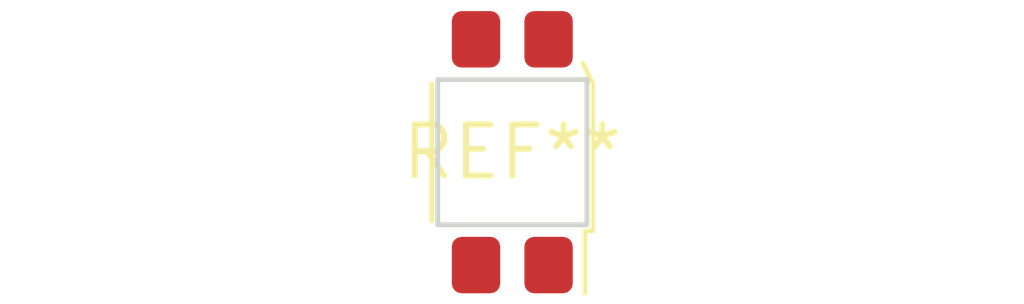
<source format=kicad_pcb>
(kicad_pcb (version 20240108) (generator pcbnew)
  (layers (0 "F.Cu" signal) (31 "B.Cu" signal) (34 "B.Paste" user) (35 "F.Paste" user) (36 "B.SilkS" user "B.Silkscreen") (37 "F.SilkS" user "F.Silkscreen") (38 "B.Mask" user) (39 "F.Mask" user) (44 "Edge.Cuts" user))
  (net 0 "")
  (footprint "Everlight_ITR8307_Reverse" (layer "F.Cu") (at 0 0)
    (property "Reference" "REF**")
    (property "Value" "Everlight_ITR8307_Reverse")
    (fp_line (start -2 1.7) (end -2 -1.7) (layer "F.SilkS") (stroke (width 0.12)))
    (fp_line (start 1.8 3.5) (end 1.8 1.95) (layer "F.SilkS") (stroke (width 0.12)))
    (fp_line (start 2 -1.7) (end 1.75 -2.21) (layer "F.SilkS") (stroke (width 0.12)))
    (fp_line (start 2 1.95) (end 1.8 1.95) (layer "F.SilkS") (stroke (width 0.12)))
    (fp_line (start 2 1.95) (end 2 -1.7) (layer "F.SilkS") (stroke (width 0.12)))
    (fp_line (start -1.85 -1.8) (end 1.85 -1.8) (layer "Edge.Cuts") (stroke (width 0.12)))
    (fp_line (start -1.85 1.8) (end -1.85 -1.8) (layer "Edge.Cuts") (stroke (width 0.12)))
    (fp_line (start 1.85 -1.8) (end 1.85 1.8) (layer "Edge.Cuts") (stroke (width 0.12)))
    (fp_line (start 1.85 1.8) (end -1.85 1.8) (layer "Edge.Cuts") (stroke (width 0.12)))
    (pad "1" smd roundrect (at 0.9 2.8) (size 1.2 1.4) (layers "F.Cu" "F.Paste" "F.Mask") (roundrect_rratio 0.2))
    (pad "2" smd roundrect (at 0.9 -2.8) (size 1.2 1.4) (layers "F.Cu" "F.Paste" "F.Mask") (roundrect_rratio 0.2))
    (pad "3" smd roundrect (at -0.9 2.8) (size 1.2 1.4) (layers "F.Cu" "F.Paste" "F.Mask") (roundrect_rratio 0.2))
    (pad "4" smd roundrect (at -0.9 -2.8) (size 1.2 1.4) (layers "F.Cu" "F.Paste" "F.Mask") (roundrect_rratio 0.2))
  )
)
</source>
